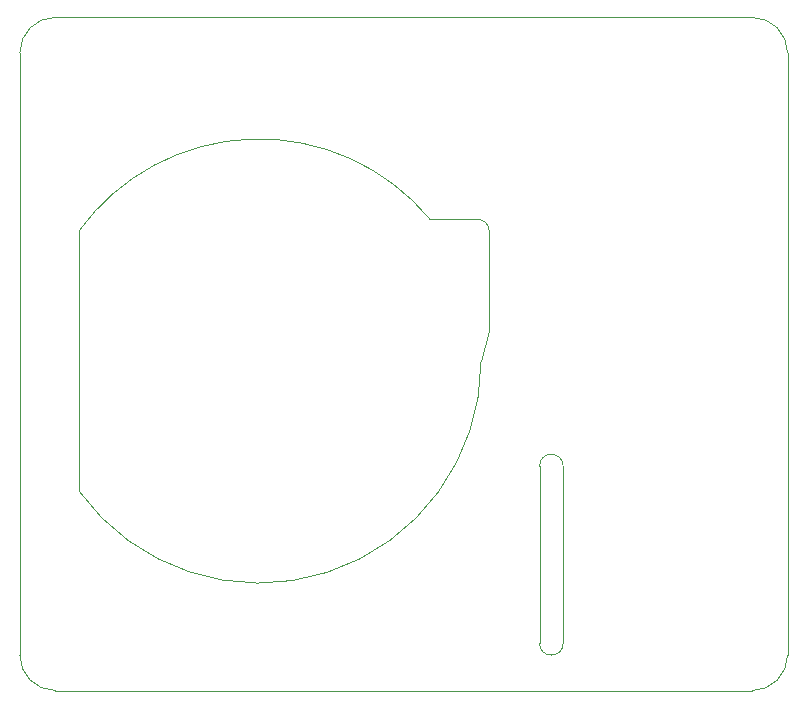
<source format=gbr>
%TF.GenerationSoftware,KiCad,Pcbnew,8.0.8*%
%TF.CreationDate,2025-01-29T16:05:45+00:00*%
%TF.ProjectId,ElectriPi,456c6563-7472-4695-9069-2e6b69636164,rev?*%
%TF.SameCoordinates,PX514cfd0PY31d4590*%
%TF.FileFunction,Profile,NP*%
%FSLAX46Y46*%
G04 Gerber Fmt 4.6, Leading zero omitted, Abs format (unit mm)*
G04 Created by KiCad (PCBNEW 8.0.8) date 2025-01-29 16:05:45*
%MOMM*%
%LPD*%
G01*
G04 APERTURE LIST*
%TA.AperFunction,Profile*%
%ADD10C,0.100000*%
%TD*%
G04 APERTURE END LIST*
D10*
X0Y-19500000D02*
X0Y-54000000D01*
X62000000Y0D02*
G75*
G02*
X65000000Y-3000000I0J-3000000D01*
G01*
X44000000Y-38000000D02*
X44000000Y-53000000D01*
X3000000Y-57000000D02*
G75*
G02*
X0Y-54000000I0J3000000D01*
G01*
X3000000Y-57000000D02*
X62000000Y-57000000D01*
X65000000Y-54000000D02*
G75*
G02*
X62000000Y-57000000I-3000000J0D01*
G01*
X44000000Y-38000000D02*
G75*
G02*
X46000000Y-38000000I1000000J0D01*
G01*
X46000000Y-38000000D02*
X46000000Y-53000000D01*
X3000000Y0D02*
X62000000Y0D01*
X0Y-3000000D02*
G75*
G02*
X3000000Y0I3000000J0D01*
G01*
X46000000Y-53000000D02*
G75*
G02*
X44000000Y-53000000I-1000000J0D01*
G01*
X0Y-3000000D02*
X0Y-19500000D01*
X65000000Y-3000000D02*
X65000000Y-54000000D01*
%TO.C,U2*%
X5000000Y-18100000D02*
X5000000Y-40100000D01*
X34735921Y-17111650D02*
X38749999Y-17100000D01*
X39053256Y-29100000D02*
X39749999Y-26600000D01*
X39749999Y-26600000D02*
X39749999Y-18100000D01*
X5000000Y-18100000D02*
G75*
G02*
X34735921Y-17111650I15249999J-11000000D01*
G01*
X38749999Y-17100000D02*
G75*
G02*
X39750000Y-18100000I101J-999900D01*
G01*
X39053256Y-29100000D02*
G75*
G02*
X5000000Y-40100000I-18803257J0D01*
G01*
%TD*%
M02*

</source>
